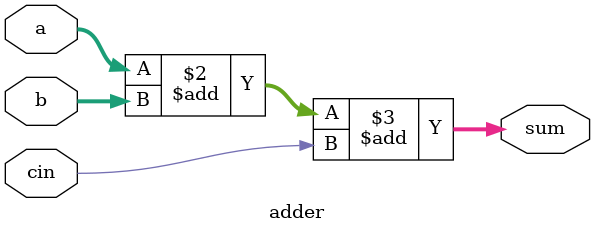
<source format=sv>
`timescale 1ns/1ps
module adder #(parameter WIDTH = 8) (
		    input logic cin,
		    input logic signed [WIDTH-1:0] a,
		    input logic signed [WIDTH-1:0] b,
		    output logic signed [WIDTH-1:0] sum
		    );
   always_comb begin
      sum = a + b + cin;
   end
endmodule //adder
      

</source>
